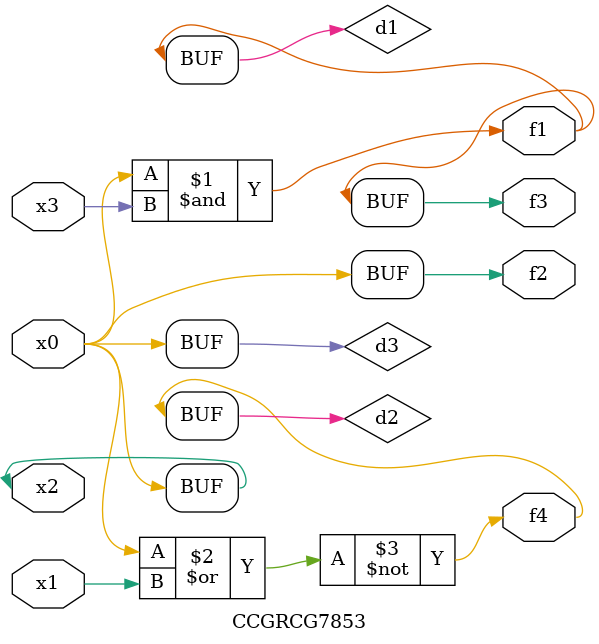
<source format=v>
module CCGRCG7853(
	input x0, x1, x2, x3,
	output f1, f2, f3, f4
);

	wire d1, d2, d3;

	and (d1, x2, x3);
	nor (d2, x0, x1);
	buf (d3, x0, x2);
	assign f1 = d1;
	assign f2 = d3;
	assign f3 = d1;
	assign f4 = d2;
endmodule

</source>
